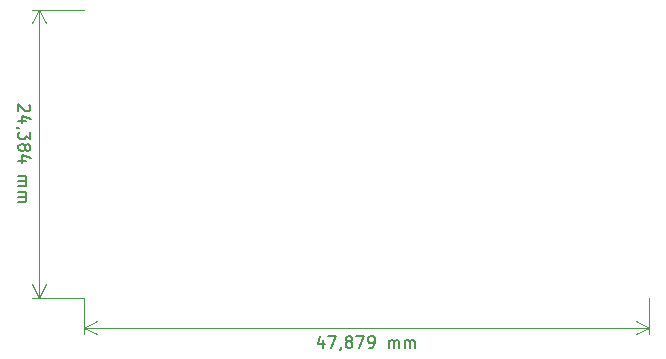
<source format=gbr>
G04 #@! TF.GenerationSoftware,KiCad,Pcbnew,5.99.0-unknown-9a82bc3~100~ubuntu18.04.1*
G04 #@! TF.CreationDate,2019-11-27T20:15:30+01:00*
G04 #@! TF.ProjectId,codebagPCB,636f6465-6261-4675-9043-422e6b696361,rev?*
G04 #@! TF.SameCoordinates,Original*
G04 #@! TF.FileFunction,Legend,Bot*
G04 #@! TF.FilePolarity,Positive*
%FSLAX46Y46*%
G04 Gerber Fmt 4.6, Leading zero omitted, Abs format (unit mm)*
G04 Created by KiCad (PCBNEW 5.99.0-unknown-9a82bc3~100~ubuntu18.04.1) date 2019-11-27 20:15:30*
%MOMM*%
%LPD*%
G04 APERTURE LIST*
%ADD10C,0.150000*%
%ADD11C,0.120000*%
G04 APERTURE END LIST*
D10*
X60912833Y-50839714D02*
X60912833Y-51506380D01*
X60674738Y-50458761D02*
X60436642Y-51173047D01*
X61055690Y-51173047D01*
X61341404Y-50506380D02*
X62008071Y-50506380D01*
X61579500Y-51506380D01*
X62436642Y-51458761D02*
X62436642Y-51506380D01*
X62389023Y-51601619D01*
X62341404Y-51649238D01*
X63008071Y-50934952D02*
X62912833Y-50887333D01*
X62865214Y-50839714D01*
X62817595Y-50744476D01*
X62817595Y-50696857D01*
X62865214Y-50601619D01*
X62912833Y-50554000D01*
X63008071Y-50506380D01*
X63198547Y-50506380D01*
X63293785Y-50554000D01*
X63341404Y-50601619D01*
X63389023Y-50696857D01*
X63389023Y-50744476D01*
X63341404Y-50839714D01*
X63293785Y-50887333D01*
X63198547Y-50934952D01*
X63008071Y-50934952D01*
X62912833Y-50982571D01*
X62865214Y-51030190D01*
X62817595Y-51125428D01*
X62817595Y-51315904D01*
X62865214Y-51411142D01*
X62912833Y-51458761D01*
X63008071Y-51506380D01*
X63198547Y-51506380D01*
X63293785Y-51458761D01*
X63341404Y-51411142D01*
X63389023Y-51315904D01*
X63389023Y-51125428D01*
X63341404Y-51030190D01*
X63293785Y-50982571D01*
X63198547Y-50934952D01*
X63722357Y-50506380D02*
X64389023Y-50506380D01*
X63960452Y-51506380D01*
X64817595Y-51506380D02*
X65008071Y-51506380D01*
X65103309Y-51458761D01*
X65150928Y-51411142D01*
X65246166Y-51268285D01*
X65293785Y-51077809D01*
X65293785Y-50696857D01*
X65246166Y-50601619D01*
X65198547Y-50554000D01*
X65103309Y-50506380D01*
X64912833Y-50506380D01*
X64817595Y-50554000D01*
X64769976Y-50601619D01*
X64722357Y-50696857D01*
X64722357Y-50934952D01*
X64769976Y-51030190D01*
X64817595Y-51077809D01*
X64912833Y-51125428D01*
X65103309Y-51125428D01*
X65198547Y-51077809D01*
X65246166Y-51030190D01*
X65293785Y-50934952D01*
X66484261Y-51506380D02*
X66484261Y-50839714D01*
X66484261Y-50934952D02*
X66531880Y-50887333D01*
X66627119Y-50839714D01*
X66769976Y-50839714D01*
X66865214Y-50887333D01*
X66912833Y-50982571D01*
X66912833Y-51506380D01*
X66912833Y-50982571D02*
X66960452Y-50887333D01*
X67055690Y-50839714D01*
X67198547Y-50839714D01*
X67293785Y-50887333D01*
X67341404Y-50982571D01*
X67341404Y-51506380D01*
X67817595Y-51506380D02*
X67817595Y-50839714D01*
X67817595Y-50934952D02*
X67865214Y-50887333D01*
X67960452Y-50839714D01*
X68103309Y-50839714D01*
X68198547Y-50887333D01*
X68246166Y-50982571D01*
X68246166Y-51506380D01*
X68246166Y-50982571D02*
X68293785Y-50887333D01*
X68389023Y-50839714D01*
X68531880Y-50839714D01*
X68627119Y-50887333D01*
X68674738Y-50982571D01*
X68674738Y-51506380D01*
D11*
X40640000Y-49784000D02*
X88519000Y-49784000D01*
X40640000Y-47244000D02*
X40640000Y-50370421D01*
X88519000Y-47244000D02*
X88519000Y-50370421D01*
X88519000Y-49784000D02*
X87392496Y-50370421D01*
X88519000Y-49784000D02*
X87392496Y-49197579D01*
X40640000Y-49784000D02*
X41766504Y-50370421D01*
X40640000Y-49784000D02*
X41766504Y-49197579D01*
D10*
X36012380Y-30909142D02*
X36060000Y-30956761D01*
X36107619Y-31052000D01*
X36107619Y-31290095D01*
X36060000Y-31385333D01*
X36012380Y-31432952D01*
X35917142Y-31480571D01*
X35821904Y-31480571D01*
X35679047Y-31432952D01*
X35107619Y-30861523D01*
X35107619Y-31480571D01*
X35774285Y-32337714D02*
X35107619Y-32337714D01*
X36155238Y-32099619D02*
X35440952Y-31861523D01*
X35440952Y-32480571D01*
X35155238Y-32909142D02*
X35107619Y-32909142D01*
X35012380Y-32861523D01*
X34964761Y-32813904D01*
X36107619Y-33242476D02*
X36107619Y-33861523D01*
X35726666Y-33528190D01*
X35726666Y-33671047D01*
X35679047Y-33766285D01*
X35631428Y-33813904D01*
X35536190Y-33861523D01*
X35298095Y-33861523D01*
X35202857Y-33813904D01*
X35155238Y-33766285D01*
X35107619Y-33671047D01*
X35107619Y-33385333D01*
X35155238Y-33290095D01*
X35202857Y-33242476D01*
X35679047Y-34432952D02*
X35726666Y-34337714D01*
X35774285Y-34290095D01*
X35869523Y-34242476D01*
X35917142Y-34242476D01*
X36012380Y-34290095D01*
X36060000Y-34337714D01*
X36107619Y-34432952D01*
X36107619Y-34623428D01*
X36060000Y-34718666D01*
X36012380Y-34766285D01*
X35917142Y-34813904D01*
X35869523Y-34813904D01*
X35774285Y-34766285D01*
X35726666Y-34718666D01*
X35679047Y-34623428D01*
X35679047Y-34432952D01*
X35631428Y-34337714D01*
X35583809Y-34290095D01*
X35488571Y-34242476D01*
X35298095Y-34242476D01*
X35202857Y-34290095D01*
X35155238Y-34337714D01*
X35107619Y-34432952D01*
X35107619Y-34623428D01*
X35155238Y-34718666D01*
X35202857Y-34766285D01*
X35298095Y-34813904D01*
X35488571Y-34813904D01*
X35583809Y-34766285D01*
X35631428Y-34718666D01*
X35679047Y-34623428D01*
X35774285Y-35671047D02*
X35107619Y-35671047D01*
X36155238Y-35432952D02*
X35440952Y-35194857D01*
X35440952Y-35813904D01*
X35107619Y-36956761D02*
X35774285Y-36956761D01*
X35679047Y-36956761D02*
X35726666Y-37004380D01*
X35774285Y-37099619D01*
X35774285Y-37242476D01*
X35726666Y-37337714D01*
X35631428Y-37385333D01*
X35107619Y-37385333D01*
X35631428Y-37385333D02*
X35726666Y-37432952D01*
X35774285Y-37528190D01*
X35774285Y-37671047D01*
X35726666Y-37766285D01*
X35631428Y-37813904D01*
X35107619Y-37813904D01*
X35107619Y-38290095D02*
X35774285Y-38290095D01*
X35679047Y-38290095D02*
X35726666Y-38337714D01*
X35774285Y-38432952D01*
X35774285Y-38575809D01*
X35726666Y-38671047D01*
X35631428Y-38718666D01*
X35107619Y-38718666D01*
X35631428Y-38718666D02*
X35726666Y-38766285D01*
X35774285Y-38861523D01*
X35774285Y-39004380D01*
X35726666Y-39099619D01*
X35631428Y-39147238D01*
X35107619Y-39147238D01*
D11*
X36830000Y-22860000D02*
X36830000Y-47244000D01*
X40640000Y-22860000D02*
X36243579Y-22860000D01*
X40640000Y-47244000D02*
X36243579Y-47244000D01*
X36830000Y-47244000D02*
X36243579Y-46117496D01*
X36830000Y-47244000D02*
X37416421Y-46117496D01*
X36830000Y-22860000D02*
X36243579Y-23986504D01*
X36830000Y-22860000D02*
X37416421Y-23986504D01*
M02*

</source>
